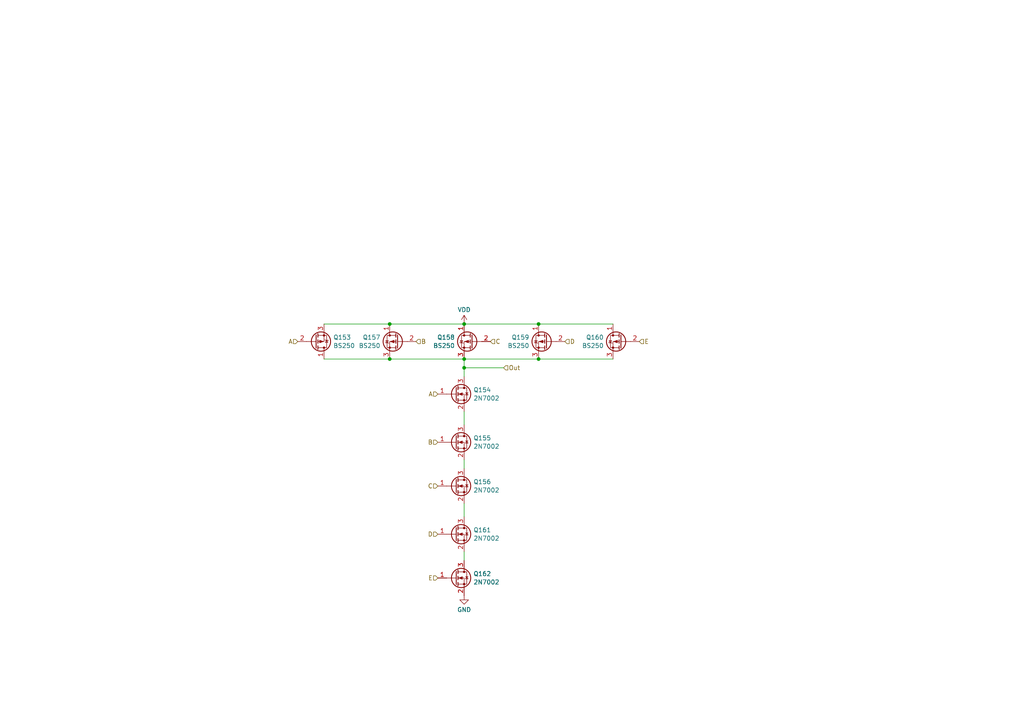
<source format=kicad_sch>
(kicad_sch (version 20250114) (generator "eeschema") (generator_version "9.0")
  (paper "A4")
  (lib_symbols
    (symbol "Transistor_FET:2N7002" (pin_names (offset 0) (hide yes))
      (property "Reference" "Q" (at 5.08 1.905 0))
      (property "Value" "2N7002" (at 5.08 0 0))
      (symbol "2N7002_0_1"
        (polyline (pts (xy 0.254 1.905) (xy 0.254 -1.905)) (stroke (width 0.254)))
        (polyline (pts (xy 0.254 0) (xy -2.54 0)))
        (polyline (pts (xy 0.762 2.286) (xy 0.762 1.27)) (stroke (width 0.254)))
        (polyline (pts (xy 0.762 0.508) (xy 0.762 -0.508)) (stroke (width 0.254)))
        (polyline (pts (xy 0.762 -1.27) (xy 0.762 -2.286)) (stroke (width 0.254)))
        (polyline (pts (xy 0.762 -1.778) (xy 3.302 -1.778) (xy 3.302 1.778) (xy 0.762 1.778)))
        (polyline (pts (xy 1.016 0) (xy 2.032 0.381) (xy 2.032 -0.381) (xy 1.016 0)) (fill (type outline)))
        (circle (center 1.651 0) (radius 2.794) (stroke (width 0.254)))
        (polyline (pts (xy 2.54 2.54) (xy 2.54 1.778)))
        (circle (center 2.54 1.778) (radius 0.254) (fill (type outline)))
        (circle (center 2.54 -1.778) (radius 0.254) (fill (type outline)))
        (polyline (pts (xy 2.54 -2.54) (xy 2.54 0) (xy 0.762 0)))
        (polyline (pts (xy 2.921 0.381) (xy 3.683 0.381)))
        (polyline (pts (xy 3.302 0.381) (xy 2.921 -0.254) (xy 3.683 -0.254) (xy 3.302 0.381)))
      )
      (symbol "2N7002_1_1"
        (pin input line (at -5.08 0 0) (length 2.54) (name "G") (number "1"))
        (pin passive line (at 2.54 5.08 270) (length 2.54) (name "D") (number "3"))
        (pin passive line (at 2.54 -5.08 90) (length 2.54) (name "S") (number "2"))
      )
    )
    (symbol "Transistor_FET:BS250" (pin_names (hide yes))
      (property "Reference" "Q" (at 5.08 1.905 0))
      (property "Value" "BS250" (at 5.08 0 0))
      (symbol "BS250_0_1"
        (polyline (pts (xy 0.254 1.905) (xy 0.254 -1.905)) (stroke (width 0.254)))
        (polyline (pts (xy 0.254 0) (xy -2.54 0)))
        (polyline (pts (xy 0.762 2.286) (xy 0.762 1.27)) (stroke (width 0.254)))
        (polyline (pts (xy 0.762 1.778) (xy 3.302 1.778) (xy 3.302 -1.778) (xy 0.762 -1.778)))
        (polyline (pts (xy 0.762 0.508) (xy 0.762 -0.508)) (stroke (width 0.254)))
        (polyline (pts (xy 0.762 -1.27) (xy 0.762 -2.286)) (stroke (width 0.254)))
        (circle (center 1.651 0) (radius 2.794) (stroke (width 0.254)))
        (polyline (pts (xy 2.286 0) (xy 1.27 0.381) (xy 1.27 -0.381) (xy 2.286 0)) (fill (type outline)))
        (polyline (pts (xy 2.54 2.54) (xy 2.54 1.778)))
        (circle (center 2.54 1.778) (radius 0.254) (fill (type outline)))
        (circle (center 2.54 -1.778) (radius 0.254) (fill (type outline)))
        (polyline (pts (xy 2.54 -2.54) (xy 2.54 0) (xy 0.762 0)))
        (polyline (pts (xy 2.794 -0.508) (xy 2.921 -0.381) (xy 3.683 -0.381) (xy 3.81 -0.254)))
        (polyline (pts (xy 3.302 -0.381) (xy 2.921 0.254) (xy 3.683 0.254) (xy 3.302 -0.381)))
      )
      (symbol "BS250_1_1"
        (pin input line (at -5.08 0 0) (length 2.54) (name "G") (number "2"))
        (pin passive line (at 2.54 5.08 270) (length 2.54) (name "D") (number "1"))
        (pin passive line (at 2.54 -5.08 90) (length 2.54) (name "S") (number "3"))
      )
    )
    (symbol "power:GND" (power) (pin_numbers (hide yes)) (pin_names (offset 0) (hide yes))
      (property "Value" "GND" (at 0 -3.81 0))
      (symbol "GND_0_1"
        (polyline (pts (xy 0 0) (xy 0 -1.27) (xy 1.27 -1.27) (xy 0 -2.54) (xy -1.27 -1.27) (xy 0 -1.27)))
      )
      (symbol "GND_1_1"
        (pin power_in line (at 0 0 270) (length 0) (name "~") (number "1"))
      )
    )
    (symbol "power:VDD" (power) (pin_numbers (hide yes)) (pin_names (offset 0) (hide yes))
      (property "Value" "VDD" (at 0 3.556 0))
      (symbol "VDD_0_1"
        (polyline (pts (xy -0.762 1.27) (xy 0 2.54)))
        (polyline (pts (xy 0 2.54) (xy 0.762 1.27)))
        (polyline (pts (xy 0 0) (xy 0 2.54)))
      )
      (symbol "VDD_1_1"
        (pin power_in line (at 0 0 90) (length 0) (name "~") (number "1"))
      )
    )
  )
  (junction (at 156.21 93.98))
  (junction (at 156.21 104.14))
  (junction (at 134.62 93.98))
  (junction (at 134.62 106.68))
  (junction (at 134.62 104.14))
  (junction (at 113.03 93.98))
  (junction (at 113.03 104.14))
  (wire (pts (xy 113.03 93.98) (xy 134.62 93.98)))
  (wire (pts (xy 93.98 104.14) (xy 113.03 104.14)))
  (wire (pts (xy 134.62 133.35) (xy 134.62 135.89)))
  (wire (pts (xy 156.21 93.98) (xy 177.8 93.98)))
  (wire (pts (xy 134.62 119.38) (xy 134.62 123.19)))
  (wire (pts (xy 134.62 146.05) (xy 134.62 149.86)))
  (wire (pts (xy 134.62 106.68) (xy 146.05 106.68)))
  (wire (pts (xy 134.62 104.14) (xy 156.21 104.14)))
  (wire (pts (xy 156.21 104.14) (xy 177.8 104.14)))
  (wire (pts (xy 134.62 104.14) (xy 134.62 106.68)))
  (wire (pts (xy 134.62 93.98) (xy 156.21 93.98)))
  (wire (pts (xy 134.62 106.68) (xy 134.62 109.22)))
  (wire (pts (xy 113.03 104.14) (xy 134.62 104.14)))
  (wire (pts (xy 93.98 93.98) (xy 113.03 93.98)))
  (wire (pts (xy 134.62 160.02) (xy 134.62 162.56)))
  (hierarchical_label "C" (shape input) (at 127 140.97 180))
  (hierarchical_label "C" (shape input) (at 142.24 99.06 0))
  (hierarchical_label "Out" (shape input) (at 146.05 106.68 0))
  (hierarchical_label "D" (shape input) (at 127 154.94 180))
  (hierarchical_label "A" (shape input) (at 127 114.3 180))
  (hierarchical_label "E" (shape input) (at 127 167.64 180))
  (hierarchical_label "E" (shape input) (at 185.42 99.06 0))
  (hierarchical_label "D" (shape input) (at 163.83 99.06 0))
  (hierarchical_label "A" (shape input) (at 86.36 99.06 180))
  (hierarchical_label "B" (shape input) (at 127 128.27 180))
  (hierarchical_label "B" (shape input) (at 120.65 99.06 0))
  (symbol (lib_id "Transistor_FET:BS250") (at 180.34 99.06 0) (mirror y) (unit 1)
    (property "Reference" "Q160" (at 175.133 97.8478 0) (effects (justify left)))
    (property "Value" "BS250" (at 175.133 100.2721 0) (effects (justify left)))
    (property "Footprint" "Package_TO_SOT_THT:TO-92_Inline" (effects (hide yes)))
    (property "Datasheet" "http://www.vishay.com/docs/70209/70209.pdf" (effects (hide yes)))
    (property "Description" "-0.18A Id, -45V Vds, P-Channel MOSFET, TO-92" (effects (hide yes)))
    (instances (project "transistor-clock" (path "" (reference "Q160") (unit 1)) (path "" (reference "Q172") (unit 1))))
  )
  (symbol (lib_id "Transistor_FET:BS250") (at 137.16 99.06 0) (mirror y) (unit 1)
    (property "Reference" "Q158" (at 131.953 97.8478 0) (effects (justify left)))
    (property "Value" "BS250" (at 131.953 100.2721 0) (effects (justify left)))
    (property "Footprint" "Package_TO_SOT_THT:TO-92_Inline" (effects (hide yes)))
    (property "Datasheet" "http://www.vishay.com/docs/70209/70209.pdf" (effects (hide yes)))
    (property "Description" "-0.18A Id, -45V Vds, P-Channel MOSFET, TO-92" (effects (hide yes)))
    (instances (project "transistor-clock" (path "" (reference "Q158") (unit 1)) (path "" (reference "Q170") (unit 1))))
  )
  (symbol (lib_id "Transistor_FET:2N7002") (at 132.08 140.97 0) (unit 1)
    (property "Reference" "Q156" (at 137.287 139.7578 0) (effects (justify left)))
    (property "Value" "2N7002" (at 137.287 142.1821 0) (effects (justify left)))
    (property "Footprint" "Package_TO_SOT_SMD:SOT-23" (effects (hide yes)))
    (property "Datasheet" "https://www.onsemi.com/pub/Collateral/NDS7002A-D.PDF" (effects (hide yes)))
    (property "Description" "0.115A Id, 60V Vds, N-Channel MOSFET, SOT-23" (effects (hide yes)))
    (instances (project "transistor-clock" (path "" (reference "Q156") (unit 1)) (path "" (reference "Q167") (unit 1))))
  )
  (symbol (lib_id "Transistor_FET:BS250") (at 158.75 99.06 0) (mirror y) (unit 1)
    (property "Reference" "Q159" (at 153.543 97.8478 0) (effects (justify left)))
    (property "Value" "BS250" (at 153.543 100.2721 0) (effects (justify left)))
    (property "Footprint" "Package_TO_SOT_THT:TO-92_Inline" (effects (hide yes)))
    (property "Datasheet" "http://www.vishay.com/docs/70209/70209.pdf" (effects (hide yes)))
    (property "Description" "-0.18A Id, -45V Vds, P-Channel MOSFET, TO-92" (effects (hide yes)))
    (instances (project "transistor-clock" (path "" (reference "Q159") (unit 1)) (path "" (reference "Q171") (unit 1))))
  )
  (symbol (lib_id "Transistor_FET:BS250") (at 91.44 99.06 0) (mirror x) (unit 1)
    (property "Reference" "Q153" (at 96.647 97.8478 0) (effects (justify left)))
    (property "Value" "BS250" (at 96.647 100.2721 0) (effects (justify left)))
    (property "Footprint" "Package_TO_SOT_THT:TO-92_Inline" (effects (hide yes)))
    (property "Datasheet" "http://www.vishay.com/docs/70209/70209.pdf" (effects (hide yes)))
    (property "Description" "-0.18A Id, -45V Vds, P-Channel MOSFET, TO-92" (effects (hide yes)))
    (instances (project "transistor-clock" (path "" (reference "Q153") (unit 1)) (path "" (reference "Q163") (unit 1))))
  )
  (symbol (lib_id "Transistor_FET:2N7002") (at 132.08 128.27 0) (unit 1)
    (property "Reference" "Q155" (at 137.287 127.0578 0) (effects (justify left)))
    (property "Value" "2N7002" (at 137.287 129.4821 0) (effects (justify left)))
    (property "Footprint" "Package_TO_SOT_SMD:SOT-23" (effects (hide yes)))
    (property "Datasheet" "https://www.onsemi.com/pub/Collateral/NDS7002A-D.PDF" (effects (hide yes)))
    (property "Description" "0.115A Id, 60V Vds, N-Channel MOSFET, SOT-23" (effects (hide yes)))
    (instances (project "transistor-clock" (path "" (reference "Q155") (unit 1)) (path "" (reference "Q166") (unit 1))))
  )
  (symbol (lib_id "Transistor_FET:2N7002") (at 132.08 167.64 0) (unit 1)
    (property "Reference" "Q162" (at 137.287 166.4278 0) (effects (justify left)))
    (property "Value" "2N7002" (at 137.287 168.8521 0) (effects (justify left)))
    (property "Footprint" "Package_TO_SOT_SMD:SOT-23" (effects (hide yes)))
    (property "Datasheet" "https://www.onsemi.com/pub/Collateral/NDS7002A-D.PDF" (effects (hide yes)))
    (property "Description" "0.115A Id, 60V Vds, N-Channel MOSFET, SOT-23" (effects (hide yes)))
    (instances (project "transistor-clock" (path "" (reference "Q162") (unit 1)) (path "" (reference "Q169") (unit 1))))
  )
  (symbol (lib_id "power:VDD") (at 134.62 93.98 0) (unit 1)
    (property "Reference" "#PWR058" (effects (hide yes)))
    (property "Value" "VDD" (at 134.62 89.8469 0))
    (property "Description" "Power symbol creates a global label with name \"VDD\"" (effects (hide yes)))
  )
  (symbol (lib_id "Transistor_FET:2N7002") (at 132.08 154.94 0) (unit 1)
    (property "Reference" "Q161" (at 137.287 153.7278 0) (effects (justify left)))
    (property "Value" "2N7002" (at 137.287 156.1521 0) (effects (justify left)))
    (property "Footprint" "Package_TO_SOT_SMD:SOT-23" (effects (hide yes)))
    (property "Datasheet" "https://www.onsemi.com/pub/Collateral/NDS7002A-D.PDF" (effects (hide yes)))
    (property "Description" "0.115A Id, 60V Vds, N-Channel MOSFET, SOT-23" (effects (hide yes)))
    (instances (project "transistor-clock" (path "" (reference "Q161") (unit 1)) (path "" (reference "Q168") (unit 1))))
  )
  (symbol (lib_id "Transistor_FET:BS250") (at 115.57 99.06 0) (mirror y) (unit 1)
    (property "Reference" "Q157" (at 110.363 97.8478 0) (effects (justify left)))
    (property "Value" "BS250" (at 110.363 100.2721 0) (effects (justify left)))
    (property "Footprint" "Package_TO_SOT_THT:TO-92_Inline" (effects (hide yes)))
    (property "Datasheet" "http://www.vishay.com/docs/70209/70209.pdf" (effects (hide yes)))
    (property "Description" "-0.18A Id, -45V Vds, P-Channel MOSFET, TO-92" (effects (hide yes)))
    (instances (project "transistor-clock" (path "" (reference "Q157") (unit 1)) (path "" (reference "Q164") (unit 1))))
  )
  (symbol (lib_id "Transistor_FET:2N7002") (at 132.08 114.3 0) (unit 1)
    (property "Reference" "Q154" (at 137.287 113.0878 0) (effects (justify left)))
    (property "Value" "2N7002" (at 137.287 115.5121 0) (effects (justify left)))
    (property "Footprint" "Package_TO_SOT_SMD:SOT-23" (effects (hide yes)))
    (property "Datasheet" "https://www.onsemi.com/pub/Collateral/NDS7002A-D.PDF" (effects (hide yes)))
    (property "Description" "0.115A Id, 60V Vds, N-Channel MOSFET, SOT-23" (effects (hide yes)))
    (instances (project "transistor-clock" (path "" (reference "Q154") (unit 1)) (path "" (reference "Q165") (unit 1))))
  )
  (symbol (lib_id "power:GND") (at 134.62 172.72 0) (unit 1)
    (property "Reference" "#PWR059" (effects (hide yes)))
    (property "Value" "GND" (at 134.62 176.8531 0))
    (property "Description" "Power symbol creates a global label with name \"GND\" , ground" (effects (hide yes)))
  )
)
</source>
